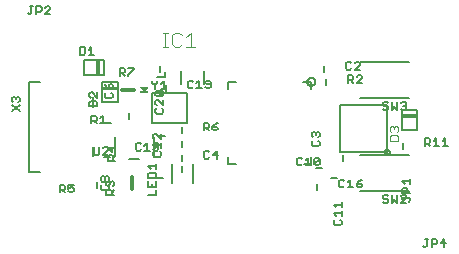
<source format=gbr>
G04 EAGLE Gerber RS-274X export*
G75*
%MOMM*%
%FSLAX34Y34*%
%LPD*%
%INSilkscreen Top*%
%IPPOS*%
%AMOC8*
5,1,8,0,0,1.08239X$1,22.5*%
G01*
%ADD10C,0.304800*%
%ADD11C,0.152400*%
%ADD12R,0.762000X0.127000*%
%ADD13C,0.203200*%
%ADD14C,0.127000*%
%ADD15C,0.101600*%
%ADD16C,0.076200*%

G36*
X98864Y118022D02*
X98864Y118022D01*
X98884Y118020D01*
X98985Y118045D01*
X99087Y118064D01*
X99104Y118074D01*
X99123Y118078D01*
X99211Y118134D01*
X99301Y118185D01*
X99318Y118202D01*
X99331Y118210D01*
X99351Y118235D01*
X99419Y118303D01*
X101959Y121478D01*
X101974Y121504D01*
X101995Y121526D01*
X102034Y121611D01*
X102080Y121693D01*
X102086Y121722D01*
X102098Y121749D01*
X102108Y121842D01*
X102126Y121934D01*
X102122Y121964D01*
X102125Y121993D01*
X102105Y122085D01*
X102093Y122178D01*
X102079Y122205D01*
X102073Y122234D01*
X102025Y122314D01*
X101983Y122398D01*
X101962Y122419D01*
X101947Y122445D01*
X101875Y122506D01*
X101809Y122572D01*
X101783Y122585D01*
X101760Y122605D01*
X101673Y122640D01*
X101589Y122682D01*
X101559Y122686D01*
X101532Y122697D01*
X101365Y122715D01*
X96285Y122715D01*
X96256Y122710D01*
X96226Y122713D01*
X96135Y122691D01*
X96042Y122676D01*
X96016Y122662D01*
X95987Y122655D01*
X95908Y122604D01*
X95825Y122560D01*
X95804Y122539D01*
X95779Y122523D01*
X95720Y122450D01*
X95656Y122382D01*
X95643Y122355D01*
X95624Y122332D01*
X95591Y122244D01*
X95552Y122159D01*
X95549Y122129D01*
X95538Y122102D01*
X95535Y122008D01*
X95525Y121915D01*
X95531Y121885D01*
X95530Y121856D01*
X95557Y121766D01*
X95577Y121674D01*
X95592Y121649D01*
X95601Y121620D01*
X95691Y121478D01*
X98231Y118303D01*
X98308Y118234D01*
X98381Y118161D01*
X98399Y118152D01*
X98413Y118139D01*
X98509Y118097D01*
X98601Y118051D01*
X98621Y118049D01*
X98639Y118041D01*
X98742Y118032D01*
X98845Y118018D01*
X98864Y118022D01*
G37*
D10*
X79991Y120319D02*
X90151Y120319D01*
D11*
X66601Y117612D02*
X65499Y116511D01*
X65499Y114308D01*
X66601Y113206D01*
X71007Y113206D01*
X72109Y114308D01*
X72109Y116511D01*
X71007Y117612D01*
X66601Y122893D02*
X65499Y125097D01*
X66601Y122893D02*
X68804Y120690D01*
X71007Y120690D01*
X72109Y121792D01*
X72109Y123995D01*
X71007Y125097D01*
X69906Y125097D01*
X68804Y123995D01*
X68804Y120690D01*
D10*
X88300Y46205D02*
X88300Y36045D01*
D11*
X63330Y39418D02*
X62228Y38317D01*
X62228Y36114D01*
X63330Y35012D01*
X67736Y35012D01*
X68838Y36114D01*
X68838Y38317D01*
X67736Y39418D01*
X63330Y42496D02*
X62228Y43598D01*
X62228Y45801D01*
X63330Y46903D01*
X64432Y46903D01*
X65533Y45801D01*
X66635Y46903D01*
X67736Y46903D01*
X68838Y45801D01*
X68838Y43598D01*
X67736Y42496D01*
X66635Y42496D01*
X65533Y43598D01*
X64432Y42496D01*
X63330Y42496D01*
X65533Y43598D02*
X65533Y45801D01*
D12*
X98825Y118144D03*
D11*
X109741Y131234D02*
X116351Y131234D01*
X116351Y135640D01*
D13*
X112395Y135509D02*
X112395Y140589D01*
D11*
X77869Y138563D02*
X77869Y131953D01*
X77869Y138563D02*
X81174Y138563D01*
X82275Y137461D01*
X82275Y135258D01*
X81174Y134156D01*
X77869Y134156D01*
X80072Y134156D02*
X82275Y131953D01*
X85353Y138563D02*
X89759Y138563D01*
X89759Y137461D01*
X85353Y133055D01*
X85353Y131953D01*
D14*
X55450Y113900D02*
X55450Y105900D01*
X55450Y71900D02*
X55450Y63900D01*
X10450Y126900D02*
X1450Y126900D01*
X1450Y50900D01*
X10450Y50900D01*
D11*
X-13314Y102474D02*
X-6704Y106880D01*
X-6704Y102474D02*
X-13314Y106880D01*
X-12212Y109958D02*
X-13314Y111059D01*
X-13314Y113263D01*
X-12212Y114364D01*
X-11110Y114364D01*
X-10009Y113263D01*
X-10009Y112161D01*
X-10009Y113263D02*
X-8907Y114364D01*
X-7806Y114364D01*
X-6704Y113263D01*
X-6704Y111059D01*
X-7806Y109958D01*
D13*
X106670Y80390D02*
X106670Y64390D01*
X73670Y64390D02*
X73670Y80390D01*
X86170Y61890D02*
X94170Y61890D01*
D11*
X56184Y66126D02*
X56184Y71634D01*
X56184Y66126D02*
X57285Y65024D01*
X59489Y65024D01*
X60590Y66126D01*
X60590Y71634D01*
X63668Y65024D02*
X68074Y65024D01*
X63668Y65024D02*
X68074Y69430D01*
X68074Y70532D01*
X66973Y71634D01*
X64769Y71634D01*
X63668Y70532D01*
D13*
X85979Y95250D02*
X85979Y100330D01*
D11*
X53993Y98304D02*
X53993Y91694D01*
X53993Y98304D02*
X57298Y98304D01*
X58399Y97202D01*
X58399Y94999D01*
X57298Y93897D01*
X53993Y93897D01*
X56196Y93897D02*
X58399Y91694D01*
X61477Y96100D02*
X63680Y98304D01*
X63680Y91694D01*
X61477Y91694D02*
X65883Y91694D01*
D14*
X129700Y125310D02*
X129700Y136310D01*
X149700Y136310D02*
X149700Y125310D01*
D15*
X118706Y156718D02*
X114808Y156718D01*
X116757Y156718D02*
X116757Y168412D01*
X114808Y168412D02*
X118706Y168412D01*
X128451Y168412D02*
X130400Y166463D01*
X128451Y168412D02*
X124553Y168412D01*
X122604Y166463D01*
X122604Y158667D01*
X124553Y156718D01*
X128451Y156718D01*
X130400Y158667D01*
X134298Y164514D02*
X138196Y168412D01*
X138196Y156718D01*
X134298Y156718D02*
X142094Y156718D01*
D14*
X64634Y145438D02*
X47634Y145438D01*
X64634Y145438D02*
X64634Y132438D01*
X47634Y132438D01*
X47634Y145438D01*
X60134Y144938D02*
X60134Y132938D01*
X59134Y132938D01*
X59134Y144938D01*
D11*
X44196Y149860D02*
X44196Y156470D01*
X44196Y149860D02*
X47501Y149860D01*
X48602Y150962D01*
X48602Y155368D01*
X47501Y156470D01*
X44196Y156470D01*
X51680Y154266D02*
X53883Y156470D01*
X53883Y149860D01*
X51680Y149860D02*
X56087Y149860D01*
X1102Y184150D02*
X0Y185252D01*
X1102Y184150D02*
X2203Y184150D01*
X3305Y185252D01*
X3305Y190760D01*
X4406Y190760D02*
X2203Y190760D01*
X7484Y190760D02*
X7484Y184150D01*
X7484Y190760D02*
X10789Y190760D01*
X11891Y189658D01*
X11891Y187455D01*
X10789Y186353D01*
X7484Y186353D01*
X14968Y184150D02*
X19375Y184150D01*
X19375Y188556D02*
X14968Y184150D01*
X19375Y188556D02*
X19375Y189658D01*
X18273Y190760D01*
X16070Y190760D01*
X14968Y189658D01*
X334672Y-11852D02*
X335773Y-12954D01*
X336875Y-12954D01*
X337976Y-11852D01*
X337976Y-6344D01*
X336875Y-6344D02*
X339078Y-6344D01*
X342156Y-6344D02*
X342156Y-12954D01*
X342156Y-6344D02*
X345461Y-6344D01*
X346562Y-7446D01*
X346562Y-9649D01*
X345461Y-10751D01*
X342156Y-10751D01*
X352945Y-12954D02*
X352945Y-6344D01*
X349640Y-9649D01*
X354046Y-9649D01*
D14*
X63350Y109483D02*
X63350Y126483D01*
X76350Y126483D01*
X76350Y109483D01*
X63350Y109483D01*
X63850Y121983D02*
X75850Y121983D01*
X75850Y120983D01*
X63850Y120983D01*
D11*
X58928Y106045D02*
X52318Y106045D01*
X58928Y106045D02*
X58928Y109350D01*
X57826Y110451D01*
X53420Y110451D01*
X52318Y109350D01*
X52318Y106045D01*
X58928Y113529D02*
X58928Y117936D01*
X54522Y117936D02*
X58928Y113529D01*
X54522Y117936D02*
X53420Y117936D01*
X52318Y116834D01*
X52318Y114631D01*
X53420Y113529D01*
X322748Y25400D02*
X323850Y26502D01*
X323850Y27603D01*
X322748Y28705D01*
X317240Y28705D01*
X317240Y29806D02*
X317240Y27603D01*
X317240Y32884D02*
X323850Y32884D01*
X317240Y32884D02*
X317240Y36189D01*
X318342Y37291D01*
X320545Y37291D01*
X321647Y36189D01*
X321647Y32884D01*
X319444Y40368D02*
X317240Y42572D01*
X323850Y42572D01*
X323850Y44775D02*
X323850Y40368D01*
D14*
X302607Y67630D02*
X302609Y67719D01*
X302615Y67808D01*
X302625Y67897D01*
X302639Y67985D01*
X302656Y68072D01*
X302678Y68158D01*
X302704Y68244D01*
X302733Y68328D01*
X302766Y68411D01*
X302802Y68492D01*
X302843Y68572D01*
X302886Y68649D01*
X302933Y68725D01*
X302984Y68798D01*
X303037Y68869D01*
X303094Y68938D01*
X303154Y69004D01*
X303217Y69068D01*
X303282Y69128D01*
X303350Y69186D01*
X303421Y69240D01*
X303494Y69291D01*
X303569Y69339D01*
X303646Y69384D01*
X303725Y69425D01*
X303806Y69462D01*
X303888Y69496D01*
X303972Y69527D01*
X304057Y69553D01*
X304143Y69576D01*
X304230Y69594D01*
X304318Y69609D01*
X304407Y69620D01*
X304496Y69627D01*
X304585Y69630D01*
X304674Y69629D01*
X304763Y69624D01*
X304851Y69615D01*
X304940Y69602D01*
X305027Y69585D01*
X305114Y69565D01*
X305200Y69540D01*
X305284Y69512D01*
X305367Y69480D01*
X305449Y69444D01*
X305529Y69405D01*
X305607Y69362D01*
X305683Y69316D01*
X305757Y69266D01*
X305829Y69213D01*
X305898Y69157D01*
X305965Y69098D01*
X306029Y69036D01*
X306090Y68972D01*
X306149Y68904D01*
X306204Y68834D01*
X306256Y68762D01*
X306305Y68687D01*
X306350Y68611D01*
X306392Y68532D01*
X306430Y68452D01*
X306465Y68370D01*
X306496Y68286D01*
X306524Y68201D01*
X306547Y68115D01*
X306567Y68028D01*
X306583Y67941D01*
X306595Y67852D01*
X306603Y67764D01*
X306607Y67675D01*
X306607Y67585D01*
X306603Y67496D01*
X306595Y67408D01*
X306583Y67319D01*
X306567Y67232D01*
X306547Y67145D01*
X306524Y67059D01*
X306496Y66974D01*
X306465Y66890D01*
X306430Y66808D01*
X306392Y66728D01*
X306350Y66649D01*
X306305Y66573D01*
X306256Y66498D01*
X306204Y66426D01*
X306149Y66356D01*
X306090Y66288D01*
X306029Y66224D01*
X305965Y66162D01*
X305898Y66103D01*
X305829Y66047D01*
X305757Y65994D01*
X305683Y65944D01*
X305607Y65898D01*
X305529Y65855D01*
X305449Y65816D01*
X305367Y65780D01*
X305284Y65748D01*
X305200Y65720D01*
X305114Y65695D01*
X305027Y65675D01*
X304940Y65658D01*
X304851Y65645D01*
X304763Y65636D01*
X304674Y65631D01*
X304585Y65630D01*
X304496Y65633D01*
X304407Y65640D01*
X304318Y65651D01*
X304230Y65666D01*
X304143Y65684D01*
X304057Y65707D01*
X303972Y65733D01*
X303888Y65764D01*
X303806Y65798D01*
X303725Y65835D01*
X303646Y65876D01*
X303569Y65921D01*
X303494Y65969D01*
X303421Y66020D01*
X303350Y66074D01*
X303282Y66132D01*
X303217Y66192D01*
X303154Y66256D01*
X303094Y66322D01*
X303037Y66391D01*
X302984Y66462D01*
X302933Y66535D01*
X302886Y66611D01*
X302843Y66688D01*
X302802Y66768D01*
X302766Y66849D01*
X302733Y66932D01*
X302704Y67016D01*
X302678Y67102D01*
X302656Y67188D01*
X302639Y67275D01*
X302625Y67363D01*
X302615Y67452D01*
X302609Y67541D01*
X302607Y67630D01*
X304607Y67630D02*
X264607Y67630D01*
X264607Y107630D01*
X304607Y107630D01*
X304607Y67630D01*
D13*
X252984Y123825D02*
X252984Y128905D01*
D11*
X271526Y125857D02*
X271526Y132467D01*
X274831Y132467D01*
X275932Y131365D01*
X275932Y129162D01*
X274831Y128060D01*
X271526Y128060D01*
X273729Y128060D02*
X275932Y125857D01*
X279010Y125857D02*
X283417Y125857D01*
X283417Y130263D02*
X279010Y125857D01*
X283417Y130263D02*
X283417Y131365D01*
X282315Y132467D01*
X280112Y132467D01*
X279010Y131365D01*
D13*
X250825Y135128D02*
X250825Y140208D01*
D11*
X272672Y143770D02*
X273773Y142668D01*
X272672Y143770D02*
X270469Y143770D01*
X269367Y142668D01*
X269367Y138262D01*
X270469Y137160D01*
X272672Y137160D01*
X273773Y138262D01*
X276851Y137160D02*
X281258Y137160D01*
X281258Y141566D02*
X276851Y137160D01*
X281258Y141566D02*
X281258Y142668D01*
X280156Y143770D01*
X277953Y143770D01*
X276851Y142668D01*
D13*
X267335Y64770D02*
X267335Y59690D01*
D11*
X232271Y61642D02*
X231169Y62744D01*
X228966Y62744D01*
X227865Y61642D01*
X227865Y57236D01*
X228966Y56134D01*
X231169Y56134D01*
X232271Y57236D01*
X235349Y60540D02*
X237552Y62744D01*
X237552Y56134D01*
X235349Y56134D02*
X239755Y56134D01*
X242833Y57236D02*
X242833Y61642D01*
X243934Y62744D01*
X246138Y62744D01*
X247239Y61642D01*
X247239Y57236D01*
X246138Y56134D01*
X243934Y56134D01*
X242833Y57236D01*
X247239Y61642D01*
X236751Y127075D02*
X236753Y127191D01*
X236759Y127306D01*
X236769Y127422D01*
X236783Y127537D01*
X236801Y127651D01*
X236823Y127765D01*
X236848Y127878D01*
X236878Y127990D01*
X236912Y128100D01*
X236949Y128210D01*
X236990Y128318D01*
X237035Y128425D01*
X237083Y128530D01*
X237135Y128634D01*
X237191Y128735D01*
X237250Y128835D01*
X237312Y128932D01*
X237378Y129028D01*
X237447Y129121D01*
X237519Y129211D01*
X237594Y129299D01*
X237673Y129384D01*
X237754Y129467D01*
X237838Y129547D01*
X237925Y129624D01*
X238014Y129697D01*
X238106Y129768D01*
X238200Y129835D01*
X238296Y129899D01*
X238395Y129960D01*
X238495Y130017D01*
X238598Y130071D01*
X238702Y130122D01*
X238808Y130168D01*
X238916Y130211D01*
X239025Y130250D01*
X239135Y130286D01*
X239246Y130317D01*
X239359Y130345D01*
X239472Y130369D01*
X239586Y130389D01*
X239701Y130405D01*
X239816Y130417D01*
X239931Y130425D01*
X240047Y130429D01*
X240163Y130429D01*
X240279Y130425D01*
X240394Y130417D01*
X240509Y130405D01*
X240624Y130389D01*
X240738Y130369D01*
X240851Y130345D01*
X240964Y130317D01*
X241075Y130286D01*
X241185Y130250D01*
X241294Y130211D01*
X241402Y130168D01*
X241508Y130122D01*
X241612Y130071D01*
X241715Y130017D01*
X241815Y129960D01*
X241914Y129899D01*
X242010Y129835D01*
X242104Y129768D01*
X242196Y129697D01*
X242285Y129624D01*
X242372Y129547D01*
X242456Y129467D01*
X242537Y129384D01*
X242616Y129299D01*
X242691Y129211D01*
X242763Y129121D01*
X242832Y129028D01*
X242898Y128932D01*
X242960Y128835D01*
X243019Y128735D01*
X243075Y128634D01*
X243127Y128530D01*
X243175Y128425D01*
X243220Y128318D01*
X243261Y128210D01*
X243298Y128100D01*
X243332Y127990D01*
X243362Y127878D01*
X243387Y127765D01*
X243409Y127651D01*
X243427Y127537D01*
X243441Y127422D01*
X243451Y127306D01*
X243457Y127191D01*
X243459Y127075D01*
X243457Y126959D01*
X243451Y126844D01*
X243441Y126728D01*
X243427Y126613D01*
X243409Y126499D01*
X243387Y126385D01*
X243362Y126272D01*
X243332Y126160D01*
X243298Y126050D01*
X243261Y125940D01*
X243220Y125832D01*
X243175Y125725D01*
X243127Y125620D01*
X243075Y125516D01*
X243019Y125415D01*
X242960Y125315D01*
X242898Y125218D01*
X242832Y125122D01*
X242763Y125029D01*
X242691Y124939D01*
X242616Y124851D01*
X242537Y124766D01*
X242456Y124683D01*
X242372Y124603D01*
X242285Y124526D01*
X242196Y124453D01*
X242104Y124382D01*
X242010Y124315D01*
X241914Y124251D01*
X241815Y124190D01*
X241715Y124133D01*
X241612Y124079D01*
X241508Y124028D01*
X241402Y123982D01*
X241294Y123939D01*
X241185Y123900D01*
X241075Y123864D01*
X240964Y123833D01*
X240851Y123805D01*
X240738Y123781D01*
X240624Y123761D01*
X240509Y123745D01*
X240394Y123733D01*
X240279Y123725D01*
X240163Y123721D01*
X240047Y123721D01*
X239931Y123725D01*
X239816Y123733D01*
X239701Y123745D01*
X239586Y123761D01*
X239472Y123781D01*
X239359Y123805D01*
X239246Y123833D01*
X239135Y123864D01*
X239025Y123900D01*
X238916Y123939D01*
X238808Y123982D01*
X238702Y124028D01*
X238598Y124079D01*
X238495Y124133D01*
X238395Y124190D01*
X238296Y124251D01*
X238200Y124315D01*
X238106Y124382D01*
X238014Y124453D01*
X237925Y124526D01*
X237838Y124603D01*
X237754Y124683D01*
X237673Y124766D01*
X237594Y124851D01*
X237519Y124939D01*
X237447Y125029D01*
X237378Y125122D01*
X237312Y125218D01*
X237250Y125315D01*
X237191Y125415D01*
X237135Y125516D01*
X237083Y125620D01*
X237035Y125725D01*
X236990Y125832D01*
X236949Y125940D01*
X236912Y126050D01*
X236878Y126160D01*
X236848Y126272D01*
X236823Y126385D01*
X236801Y126499D01*
X236783Y126613D01*
X236769Y126728D01*
X236759Y126844D01*
X236753Y126959D01*
X236751Y127075D01*
X233605Y127075D02*
X240105Y127075D01*
X240105Y121075D01*
X240105Y63075D02*
X240105Y57075D01*
X234105Y57075D01*
X170105Y57075D02*
X170105Y63075D01*
X170105Y57075D02*
X176105Y57075D01*
X176105Y127075D02*
X170105Y127075D01*
X170105Y121075D01*
D13*
X59055Y41910D02*
X59055Y36830D01*
D11*
X27069Y39884D02*
X27069Y33274D01*
X27069Y39884D02*
X30374Y39884D01*
X31475Y38782D01*
X31475Y36579D01*
X30374Y35477D01*
X27069Y35477D01*
X29272Y35477D02*
X31475Y33274D01*
X34553Y39884D02*
X38959Y39884D01*
X34553Y39884D02*
X34553Y36579D01*
X36756Y37680D01*
X37858Y37680D01*
X38959Y36579D01*
X38959Y34376D01*
X37858Y33274D01*
X35654Y33274D01*
X34553Y34376D01*
D14*
X105015Y117148D02*
X135015Y117148D01*
X135015Y92148D01*
X105015Y92148D01*
X105015Y117148D01*
D11*
X105457Y126198D02*
X105457Y127300D01*
X105457Y126198D02*
X107660Y123995D01*
X109863Y126198D01*
X109863Y127300D01*
X107660Y123995D02*
X107660Y120690D01*
X112941Y125096D02*
X115144Y127300D01*
X115144Y120690D01*
X112941Y120690D02*
X117348Y120690D01*
D13*
X244221Y53848D02*
X249301Y53848D01*
D11*
X240659Y75695D02*
X241761Y76796D01*
X240659Y75695D02*
X240659Y73492D01*
X241761Y72390D01*
X246167Y72390D01*
X247269Y73492D01*
X247269Y75695D01*
X246167Y76796D01*
X241761Y79874D02*
X240659Y80976D01*
X240659Y83179D01*
X241761Y84281D01*
X242863Y84281D01*
X243964Y83179D01*
X243964Y82077D01*
X243964Y83179D02*
X245066Y84281D01*
X246167Y84281D01*
X247269Y83179D01*
X247269Y80976D01*
X246167Y79874D01*
D13*
X130937Y65024D02*
X130937Y59944D01*
D11*
X152784Y68586D02*
X153885Y67484D01*
X152784Y68586D02*
X150581Y68586D01*
X149479Y67484D01*
X149479Y63078D01*
X150581Y61976D01*
X152784Y61976D01*
X153885Y63078D01*
X160268Y61976D02*
X160268Y68586D01*
X156963Y65281D01*
X161370Y65281D01*
D13*
X257175Y45339D02*
X262255Y45339D01*
D11*
X260303Y10275D02*
X259201Y9173D01*
X259201Y6970D01*
X260303Y5869D01*
X264709Y5869D01*
X265811Y6970D01*
X265811Y9173D01*
X264709Y10275D01*
X261405Y13353D02*
X259201Y15556D01*
X265811Y15556D01*
X265811Y13353D02*
X265811Y17759D01*
X261405Y20837D02*
X259201Y23040D01*
X265811Y23040D01*
X265811Y20837D02*
X265811Y25243D01*
D13*
X114935Y45085D02*
X109855Y45085D01*
D11*
X106293Y66932D02*
X107395Y68033D01*
X106293Y66932D02*
X106293Y64729D01*
X107395Y63627D01*
X111801Y63627D01*
X112903Y64729D01*
X112903Y66932D01*
X111801Y68033D01*
X108497Y71111D02*
X106293Y73314D01*
X112903Y73314D01*
X112903Y71111D02*
X112903Y75518D01*
X112903Y78595D02*
X112903Y83002D01*
X108497Y83002D02*
X112903Y78595D01*
X108497Y83002D02*
X107395Y83002D01*
X106293Y81900D01*
X106293Y79697D01*
X107395Y78595D01*
D13*
X130937Y77216D02*
X130937Y72136D01*
D11*
X95873Y74088D02*
X94771Y75190D01*
X92568Y75190D01*
X91467Y74088D01*
X91467Y69682D01*
X92568Y68580D01*
X94771Y68580D01*
X95873Y69682D01*
X98951Y72986D02*
X101154Y75190D01*
X101154Y68580D01*
X98951Y68580D02*
X103357Y68580D01*
X106435Y74088D02*
X107536Y75190D01*
X109740Y75190D01*
X110841Y74088D01*
X110841Y72986D01*
X109740Y71885D01*
X108638Y71885D01*
X109740Y71885D02*
X110841Y70783D01*
X110841Y69682D01*
X109740Y68580D01*
X107536Y68580D01*
X106435Y69682D01*
D13*
X245110Y40513D02*
X245110Y35433D01*
D11*
X266957Y44075D02*
X268058Y42973D01*
X266957Y44075D02*
X264754Y44075D01*
X263652Y42973D01*
X263652Y38567D01*
X264754Y37465D01*
X266957Y37465D01*
X268058Y38567D01*
X271136Y41871D02*
X273339Y44075D01*
X273339Y37465D01*
X271136Y37465D02*
X275543Y37465D01*
X280824Y42973D02*
X283027Y44075D01*
X280824Y42973D02*
X278620Y40770D01*
X278620Y38567D01*
X279722Y37465D01*
X281925Y37465D01*
X283027Y38567D01*
X283027Y39668D01*
X281925Y40770D01*
X278620Y40770D01*
D13*
X116967Y119380D02*
X116967Y124460D01*
D11*
X138814Y128022D02*
X139915Y126920D01*
X138814Y128022D02*
X136611Y128022D01*
X135509Y126920D01*
X135509Y122514D01*
X136611Y121412D01*
X138814Y121412D01*
X139915Y122514D01*
X142993Y125818D02*
X145196Y128022D01*
X145196Y121412D01*
X142993Y121412D02*
X147400Y121412D01*
X150477Y122514D02*
X151579Y121412D01*
X153782Y121412D01*
X154884Y122514D01*
X154884Y126920D01*
X153782Y128022D01*
X151579Y128022D01*
X150477Y126920D01*
X150477Y125818D01*
X151579Y124717D01*
X154884Y124717D01*
D13*
X116713Y81407D02*
X111633Y81407D01*
D11*
X108071Y103254D02*
X109173Y104355D01*
X108071Y103254D02*
X108071Y101051D01*
X109173Y99949D01*
X113579Y99949D01*
X114681Y101051D01*
X114681Y103254D01*
X113579Y104355D01*
X114681Y107433D02*
X114681Y111840D01*
X110275Y111840D02*
X114681Y107433D01*
X110275Y111840D02*
X109173Y111840D01*
X108071Y110738D01*
X108071Y108535D01*
X109173Y107433D01*
X109173Y114917D02*
X113579Y114917D01*
X109173Y114917D02*
X108071Y116019D01*
X108071Y118222D01*
X109173Y119324D01*
X113579Y119324D01*
X114681Y118222D01*
X114681Y116019D01*
X113579Y114917D01*
X109173Y119324D01*
D13*
X130429Y88773D02*
X130429Y83693D01*
D11*
X148971Y85725D02*
X148971Y92335D01*
X152276Y92335D01*
X153377Y91233D01*
X153377Y89030D01*
X152276Y87928D01*
X148971Y87928D01*
X151174Y87928D02*
X153377Y85725D01*
X158658Y91233D02*
X160862Y92335D01*
X158658Y91233D02*
X156455Y89030D01*
X156455Y86827D01*
X157557Y85725D01*
X159760Y85725D01*
X160862Y86827D01*
X160862Y87928D01*
X159760Y89030D01*
X156455Y89030D01*
D13*
X281260Y34276D02*
X323260Y34276D01*
X323260Y64784D02*
X281260Y64784D01*
D11*
X304194Y30994D02*
X305296Y29892D01*
X304194Y30994D02*
X301991Y30994D01*
X300890Y29892D01*
X300890Y28790D01*
X301991Y27689D01*
X304194Y27689D01*
X305296Y26587D01*
X305296Y25486D01*
X304194Y24384D01*
X301991Y24384D01*
X300890Y25486D01*
X308374Y24384D02*
X308374Y30994D01*
X310577Y26587D02*
X308374Y24384D01*
X310577Y26587D02*
X312780Y24384D01*
X312780Y30994D01*
X315858Y24384D02*
X320264Y24384D01*
X315858Y24384D02*
X320264Y28790D01*
X320264Y29892D01*
X319163Y30994D01*
X316959Y30994D01*
X315858Y29892D01*
D13*
X323260Y113016D02*
X281260Y113016D01*
X281260Y143524D02*
X323260Y143524D01*
D11*
X304194Y109734D02*
X305296Y108632D01*
X304194Y109734D02*
X301991Y109734D01*
X300890Y108632D01*
X300890Y107530D01*
X301991Y106429D01*
X304194Y106429D01*
X305296Y105327D01*
X305296Y104226D01*
X304194Y103124D01*
X301991Y103124D01*
X300890Y104226D01*
X308374Y103124D02*
X308374Y109734D01*
X310577Y105327D02*
X308374Y103124D01*
X310577Y105327D02*
X312780Y103124D01*
X312780Y109734D01*
X315858Y108632D02*
X316959Y109734D01*
X319163Y109734D01*
X320264Y108632D01*
X320264Y107530D01*
X319163Y106429D01*
X318061Y106429D01*
X319163Y106429D02*
X320264Y105327D01*
X320264Y104226D01*
X319163Y103124D01*
X316959Y103124D01*
X315858Y104226D01*
D13*
X317881Y75438D02*
X317881Y70358D01*
D11*
X336423Y72390D02*
X336423Y79000D01*
X339728Y79000D01*
X340829Y77898D01*
X340829Y75695D01*
X339728Y74593D01*
X336423Y74593D01*
X338626Y74593D02*
X340829Y72390D01*
X343907Y76796D02*
X346110Y79000D01*
X346110Y72390D01*
X343907Y72390D02*
X348314Y72390D01*
X351391Y76796D02*
X353595Y79000D01*
X353595Y72390D01*
X355798Y72390D02*
X351391Y72390D01*
X121937Y57022D02*
X121937Y41022D01*
X130937Y50522D02*
X130937Y56022D01*
X139937Y57022D02*
X139937Y41022D01*
X108585Y30734D02*
X101975Y30734D01*
X108585Y30734D02*
X108585Y35140D01*
X101975Y38218D02*
X101975Y42625D01*
X101975Y38218D02*
X108585Y38218D01*
X108585Y42625D01*
X105280Y40421D02*
X105280Y38218D01*
X101975Y45702D02*
X108585Y45702D01*
X108585Y49007D01*
X107483Y50109D01*
X103077Y50109D01*
X101975Y49007D01*
X101975Y45702D01*
X104179Y53186D02*
X101975Y55390D01*
X108585Y55390D01*
X108585Y57593D02*
X108585Y53186D01*
D13*
X69850Y62865D02*
X64770Y62865D01*
D11*
X66796Y30879D02*
X73406Y30879D01*
X66796Y30879D02*
X66796Y34184D01*
X67898Y35285D01*
X70101Y35285D01*
X71203Y34184D01*
X71203Y30879D01*
X71203Y33082D02*
X73406Y35285D01*
X67898Y38363D02*
X66796Y39464D01*
X66796Y41668D01*
X67898Y42769D01*
X69000Y42769D01*
X70101Y41668D01*
X70101Y40566D01*
X70101Y41668D02*
X71203Y42769D01*
X72304Y42769D01*
X73406Y41668D01*
X73406Y39464D01*
X72304Y38363D01*
D13*
X70866Y92202D02*
X65786Y92202D01*
D11*
X67812Y60216D02*
X74422Y60216D01*
X67812Y60216D02*
X67812Y63521D01*
X68914Y64622D01*
X71117Y64622D01*
X72219Y63521D01*
X72219Y60216D01*
X72219Y62419D02*
X74422Y64622D01*
X74422Y71005D02*
X67812Y71005D01*
X71117Y67700D01*
X71117Y72106D01*
D14*
X316842Y85988D02*
X316842Y102988D01*
X329842Y102988D01*
X329842Y85988D01*
X316842Y85988D01*
X317342Y98488D02*
X329342Y98488D01*
X329342Y97488D01*
X317342Y97488D01*
D16*
X313961Y76869D02*
X306589Y76869D01*
X313961Y76869D02*
X313961Y80555D01*
X312732Y81784D01*
X307817Y81784D01*
X306589Y80555D01*
X306589Y76869D01*
X307817Y84353D02*
X306589Y85582D01*
X306589Y88039D01*
X307817Y89268D01*
X309046Y89268D01*
X310275Y88039D01*
X310275Y86811D01*
X310275Y88039D02*
X311504Y89268D01*
X312732Y89268D01*
X313961Y88039D01*
X313961Y85582D01*
X312732Y84353D01*
M02*

</source>
